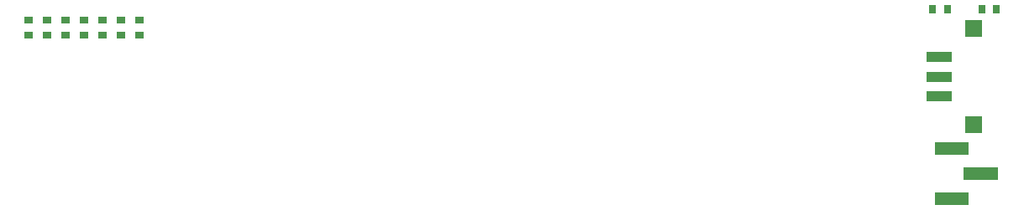
<source format=gbp>
G04*
G04 #@! TF.GenerationSoftware,Altium Limited,Altium Designer,20.0.11 (256)*
G04*
G04 Layer_Color=128*
%FSLAX25Y25*%
%MOIN*%
G70*
G01*
G75*
%ADD19R,0.02756X0.03543*%
%ADD28R,0.03543X0.02756*%
%ADD71R,0.06693X0.06693*%
%ADD72R,0.10039X0.03937*%
%ADD73R,0.13504X0.05000*%
G36*
X345768Y151919D02*
Y146919D01*
X359272D01*
Y151919D01*
X345768D01*
D02*
G37*
G36*
Y171919D02*
Y166919D01*
X359272D01*
Y171919D01*
X345768D01*
D02*
G37*
G36*
X357264Y161919D02*
Y156919D01*
X370768D01*
Y161919D01*
X357264D01*
D02*
G37*
D19*
X350884Y224856D02*
D03*
X344978D02*
D03*
X370364Y224786D02*
D03*
X364458D02*
D03*
D28*
X-13636Y214716D02*
D03*
Y220622D02*
D03*
X-6350Y214716D02*
D03*
Y220622D02*
D03*
X936Y214716D02*
D03*
Y220622D02*
D03*
X8222Y214716D02*
D03*
Y220622D02*
D03*
X15508Y214716D02*
D03*
Y220622D02*
D03*
X30080Y214716D02*
D03*
Y220622D02*
D03*
X22794Y214716D02*
D03*
Y220622D02*
D03*
D71*
X361207Y178798D02*
D03*
Y217380D02*
D03*
D72*
X347526Y190215D02*
D03*
Y198089D02*
D03*
Y205963D02*
D03*
D73*
X352520Y149419D02*
D03*
X364016Y159419D02*
D03*
X352520Y169419D02*
D03*
M02*

</source>
